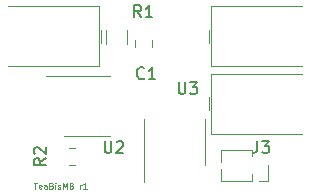
<source format=gbr>
G04 #@! TF.GenerationSoftware,KiCad,Pcbnew,5.1.5*
G04 #@! TF.CreationDate,2020-06-30T22:23:49+09:00*
G04 #@! TF.ProjectId,teabiscuits,74656162-6973-4637-9569-74732e6b6963,rev?*
G04 #@! TF.SameCoordinates,Original*
G04 #@! TF.FileFunction,Legend,Top*
G04 #@! TF.FilePolarity,Positive*
%FSLAX46Y46*%
G04 Gerber Fmt 4.6, Leading zero omitted, Abs format (unit mm)*
G04 Created by KiCad (PCBNEW 5.1.5) date 2020-06-30 22:23:49*
%MOMM*%
%LPD*%
G04 APERTURE LIST*
%ADD10C,0.125000*%
%ADD11C,0.120000*%
%ADD12C,0.150000*%
G04 APERTURE END LIST*
D10*
X154226190Y-142976190D02*
X154511904Y-142976190D01*
X154369047Y-143476190D02*
X154369047Y-142976190D01*
X154869047Y-143452380D02*
X154821428Y-143476190D01*
X154726190Y-143476190D01*
X154678571Y-143452380D01*
X154654761Y-143404761D01*
X154654761Y-143214285D01*
X154678571Y-143166666D01*
X154726190Y-143142857D01*
X154821428Y-143142857D01*
X154869047Y-143166666D01*
X154892857Y-143214285D01*
X154892857Y-143261904D01*
X154654761Y-143309523D01*
X155321428Y-143476190D02*
X155321428Y-143214285D01*
X155297619Y-143166666D01*
X155250000Y-143142857D01*
X155154761Y-143142857D01*
X155107142Y-143166666D01*
X155321428Y-143452380D02*
X155273809Y-143476190D01*
X155154761Y-143476190D01*
X155107142Y-143452380D01*
X155083333Y-143404761D01*
X155083333Y-143357142D01*
X155107142Y-143309523D01*
X155154761Y-143285714D01*
X155273809Y-143285714D01*
X155321428Y-143261904D01*
X155726190Y-143214285D02*
X155797619Y-143238095D01*
X155821428Y-143261904D01*
X155845238Y-143309523D01*
X155845238Y-143380952D01*
X155821428Y-143428571D01*
X155797619Y-143452380D01*
X155750000Y-143476190D01*
X155559523Y-143476190D01*
X155559523Y-142976190D01*
X155726190Y-142976190D01*
X155773809Y-143000000D01*
X155797619Y-143023809D01*
X155821428Y-143071428D01*
X155821428Y-143119047D01*
X155797619Y-143166666D01*
X155773809Y-143190476D01*
X155726190Y-143214285D01*
X155559523Y-143214285D01*
X156059523Y-143476190D02*
X156059523Y-143142857D01*
X156059523Y-142976190D02*
X156035714Y-143000000D01*
X156059523Y-143023809D01*
X156083333Y-143000000D01*
X156059523Y-142976190D01*
X156059523Y-143023809D01*
X156273809Y-143452380D02*
X156321428Y-143476190D01*
X156416666Y-143476190D01*
X156464285Y-143452380D01*
X156488095Y-143404761D01*
X156488095Y-143380952D01*
X156464285Y-143333333D01*
X156416666Y-143309523D01*
X156345238Y-143309523D01*
X156297619Y-143285714D01*
X156273809Y-143238095D01*
X156273809Y-143214285D01*
X156297619Y-143166666D01*
X156345238Y-143142857D01*
X156416666Y-143142857D01*
X156464285Y-143166666D01*
X156702380Y-143476190D02*
X156702380Y-142976190D01*
X156869047Y-143333333D01*
X157035714Y-142976190D01*
X157035714Y-143476190D01*
X157440476Y-143214285D02*
X157511904Y-143238095D01*
X157535714Y-143261904D01*
X157559523Y-143309523D01*
X157559523Y-143380952D01*
X157535714Y-143428571D01*
X157511904Y-143452380D01*
X157464285Y-143476190D01*
X157273809Y-143476190D01*
X157273809Y-142976190D01*
X157440476Y-142976190D01*
X157488095Y-143000000D01*
X157511904Y-143023809D01*
X157535714Y-143071428D01*
X157535714Y-143119047D01*
X157511904Y-143166666D01*
X157488095Y-143190476D01*
X157440476Y-143214285D01*
X157273809Y-143214285D01*
X158154761Y-143476190D02*
X158154761Y-143142857D01*
X158154761Y-143238095D02*
X158178571Y-143190476D01*
X158202380Y-143166666D01*
X158250000Y-143142857D01*
X158297619Y-143142857D01*
X158726190Y-143476190D02*
X158440476Y-143476190D01*
X158583333Y-143476190D02*
X158583333Y-142976190D01*
X158535714Y-143047619D01*
X158488095Y-143095238D01*
X158440476Y-143119047D01*
D11*
X169040000Y-136850000D02*
X169040000Y-135750000D01*
X176940000Y-133740000D02*
X169240000Y-133740000D01*
X169240000Y-133740000D02*
X169240000Y-138860000D01*
X176940000Y-138860000D02*
X169240000Y-138860000D01*
X174085000Y-141500000D02*
X174085000Y-142830000D01*
X174085000Y-142830000D02*
X173325000Y-142830000D01*
X172690000Y-142830000D02*
X170090000Y-142830000D01*
X170090000Y-141807530D02*
X170090000Y-142830000D01*
X170090000Y-140170000D02*
X170090000Y-141192470D01*
X172690000Y-140170000D02*
X170090000Y-140170000D01*
X172690000Y-142260000D02*
X172690000Y-142830000D01*
X172690000Y-140170000D02*
X172690000Y-140740000D01*
X159960000Y-130010000D02*
X159960000Y-131110000D01*
X152060000Y-133120000D02*
X159760000Y-133120000D01*
X159760000Y-133120000D02*
X159760000Y-128000000D01*
X152060000Y-128000000D02*
X159760000Y-128000000D01*
X169040000Y-131110000D02*
X169040000Y-130010000D01*
X176940000Y-128000000D02*
X169240000Y-128000000D01*
X169240000Y-128000000D02*
X169240000Y-133120000D01*
X176940000Y-133120000D02*
X169240000Y-133120000D01*
X168695000Y-139500000D02*
X168695000Y-137550000D01*
X168695000Y-139500000D02*
X168695000Y-141450000D01*
X163575000Y-139500000D02*
X163575000Y-137550000D01*
X163575000Y-139500000D02*
X163575000Y-142950000D01*
X158750000Y-133940000D02*
X155300000Y-133940000D01*
X158750000Y-133940000D02*
X160700000Y-133940000D01*
X158750000Y-139060000D02*
X156800000Y-139060000D01*
X158750000Y-139060000D02*
X160700000Y-139060000D01*
X162790000Y-130928922D02*
X162790000Y-131446078D01*
X164210000Y-130928922D02*
X164210000Y-131446078D01*
X162160000Y-130047936D02*
X162160000Y-131252064D01*
X160340000Y-130047936D02*
X160340000Y-131252064D01*
X157696078Y-141460000D02*
X157178922Y-141460000D01*
X157696078Y-140040000D02*
X157178922Y-140040000D01*
D12*
X173166666Y-139452380D02*
X173166666Y-140166666D01*
X173119047Y-140309523D01*
X173023809Y-140404761D01*
X172880952Y-140452380D01*
X172785714Y-140452380D01*
X173547619Y-139452380D02*
X174166666Y-139452380D01*
X173833333Y-139833333D01*
X173976190Y-139833333D01*
X174071428Y-139880952D01*
X174119047Y-139928571D01*
X174166666Y-140023809D01*
X174166666Y-140261904D01*
X174119047Y-140357142D01*
X174071428Y-140404761D01*
X173976190Y-140452380D01*
X173690476Y-140452380D01*
X173595238Y-140404761D01*
X173547619Y-140357142D01*
X166488095Y-134452380D02*
X166488095Y-135261904D01*
X166535714Y-135357142D01*
X166583333Y-135404761D01*
X166678571Y-135452380D01*
X166869047Y-135452380D01*
X166964285Y-135404761D01*
X167011904Y-135357142D01*
X167059523Y-135261904D01*
X167059523Y-134452380D01*
X167440476Y-134452380D02*
X168059523Y-134452380D01*
X167726190Y-134833333D01*
X167869047Y-134833333D01*
X167964285Y-134880952D01*
X168011904Y-134928571D01*
X168059523Y-135023809D01*
X168059523Y-135261904D01*
X168011904Y-135357142D01*
X167964285Y-135404761D01*
X167869047Y-135452380D01*
X167583333Y-135452380D01*
X167488095Y-135404761D01*
X167440476Y-135357142D01*
X160238095Y-139452380D02*
X160238095Y-140261904D01*
X160285714Y-140357142D01*
X160333333Y-140404761D01*
X160428571Y-140452380D01*
X160619047Y-140452380D01*
X160714285Y-140404761D01*
X160761904Y-140357142D01*
X160809523Y-140261904D01*
X160809523Y-139452380D01*
X161238095Y-139547619D02*
X161285714Y-139500000D01*
X161380952Y-139452380D01*
X161619047Y-139452380D01*
X161714285Y-139500000D01*
X161761904Y-139547619D01*
X161809523Y-139642857D01*
X161809523Y-139738095D01*
X161761904Y-139880952D01*
X161190476Y-140452380D01*
X161809523Y-140452380D01*
X163583333Y-134107142D02*
X163535714Y-134154761D01*
X163392857Y-134202380D01*
X163297619Y-134202380D01*
X163154761Y-134154761D01*
X163059523Y-134059523D01*
X163011904Y-133964285D01*
X162964285Y-133773809D01*
X162964285Y-133630952D01*
X163011904Y-133440476D01*
X163059523Y-133345238D01*
X163154761Y-133250000D01*
X163297619Y-133202380D01*
X163392857Y-133202380D01*
X163535714Y-133250000D01*
X163583333Y-133297619D01*
X164535714Y-134202380D02*
X163964285Y-134202380D01*
X164250000Y-134202380D02*
X164250000Y-133202380D01*
X164154761Y-133345238D01*
X164059523Y-133440476D01*
X163964285Y-133488095D01*
X163333333Y-128952380D02*
X163000000Y-128476190D01*
X162761904Y-128952380D02*
X162761904Y-127952380D01*
X163142857Y-127952380D01*
X163238095Y-128000000D01*
X163285714Y-128047619D01*
X163333333Y-128142857D01*
X163333333Y-128285714D01*
X163285714Y-128380952D01*
X163238095Y-128428571D01*
X163142857Y-128476190D01*
X162761904Y-128476190D01*
X164285714Y-128952380D02*
X163714285Y-128952380D01*
X164000000Y-128952380D02*
X164000000Y-127952380D01*
X163904761Y-128095238D01*
X163809523Y-128190476D01*
X163714285Y-128238095D01*
X155227380Y-140916666D02*
X154751190Y-141250000D01*
X155227380Y-141488095D02*
X154227380Y-141488095D01*
X154227380Y-141107142D01*
X154275000Y-141011904D01*
X154322619Y-140964285D01*
X154417857Y-140916666D01*
X154560714Y-140916666D01*
X154655952Y-140964285D01*
X154703571Y-141011904D01*
X154751190Y-141107142D01*
X154751190Y-141488095D01*
X154322619Y-140535714D02*
X154275000Y-140488095D01*
X154227380Y-140392857D01*
X154227380Y-140154761D01*
X154275000Y-140059523D01*
X154322619Y-140011904D01*
X154417857Y-139964285D01*
X154513095Y-139964285D01*
X154655952Y-140011904D01*
X155227380Y-140583333D01*
X155227380Y-139964285D01*
M02*

</source>
